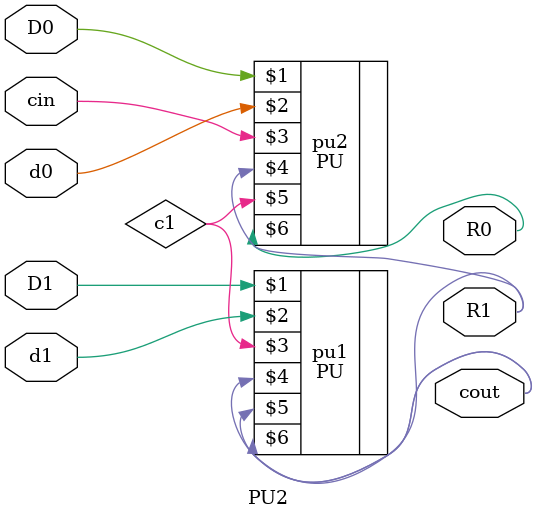
<source format=sv>
`include "../PU/PU.sv"

module PU2(
    input D0,D1,d0,d1,cin,
    output cout,R0,R1
);

wire c1;       //Internal connections

PU pu1(D1,d1,c1,cout,cout,R1);
PU pu2(D0,d0,cin,R1,c1,R0);

endmodule
</source>
